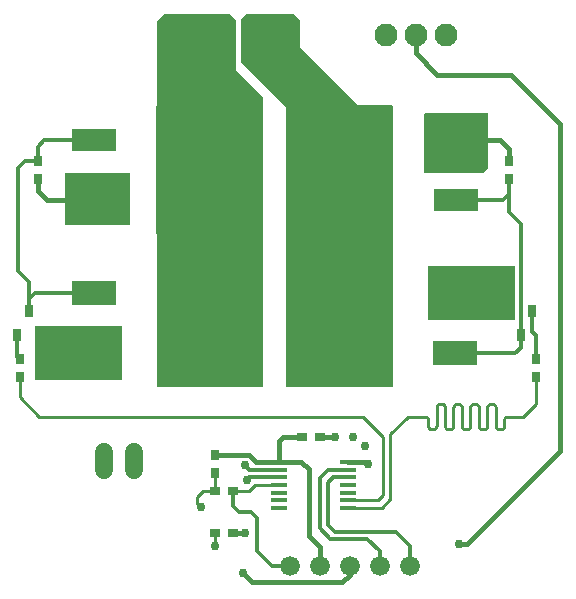
<source format=gbr>
G04 EAGLE Gerber RS-274X export*
G75*
%MOMM*%
%FSLAX34Y34*%
%LPD*%
%INTop Copper*%
%IPPOS*%
%AMOC8*
5,1,8,0,0,1.08239X$1,22.5*%
G01*
%ADD10R,3.810000X2.080000*%
%ADD11R,8.890000X10.668000*%
%ADD12R,3.800000X1.900000*%
%ADD13R,9.000000X10.800000*%
%ADD14R,0.635000X1.016000*%
%ADD15R,0.800000X0.900000*%
%ADD16C,1.950000*%
%ADD17R,1.475000X0.450000*%
%ADD18R,0.900000X0.800000*%
%ADD19C,1.676400*%
%ADD20C,1.524000*%
%ADD21C,0.304800*%
%ADD22C,0.756400*%
%ADD23C,0.381000*%
%ADD24C,0.254000*%

G36*
X241048Y172209D02*
X241048Y172209D01*
X241050Y172208D01*
X241304Y172462D01*
X241304Y172464D01*
X241304Y172465D01*
X241305Y172466D01*
X241305Y417068D01*
X241303Y417070D01*
X241304Y417072D01*
X218445Y439930D01*
X218445Y482854D01*
X218443Y482856D01*
X218444Y482858D01*
X213872Y487430D01*
X213869Y487430D01*
X213868Y487431D01*
X157988Y487431D01*
X157986Y487429D01*
X157984Y487430D01*
X151634Y481080D01*
X151634Y481077D01*
X151633Y481076D01*
X151633Y172212D01*
X151637Y172207D01*
X151638Y172207D01*
X241046Y172207D01*
X241048Y172209D01*
G37*
G36*
X351030Y172209D02*
X351030Y172209D01*
X351032Y172208D01*
X351794Y172970D01*
X351794Y172973D01*
X351795Y172974D01*
X351795Y409194D01*
X351793Y409196D01*
X351794Y409198D01*
X350778Y410214D01*
X350775Y410214D01*
X350774Y410215D01*
X321820Y410215D01*
X273055Y458980D01*
X273055Y482346D01*
X273053Y482348D01*
X273054Y482350D01*
X267974Y487430D01*
X267971Y487430D01*
X267970Y487431D01*
X227076Y487431D01*
X227074Y487429D01*
X227072Y487430D01*
X223008Y483366D01*
X223008Y483363D01*
X223007Y483362D01*
X223007Y446786D01*
X223009Y446784D01*
X223008Y446782D01*
X261107Y408684D01*
X261107Y172212D01*
X261111Y172207D01*
X261112Y172207D01*
X351028Y172207D01*
X351030Y172209D01*
G37*
G36*
X454665Y228599D02*
X454665Y228599D01*
X454665Y228600D01*
X454665Y274320D01*
X454661Y274325D01*
X454660Y274325D01*
X381000Y274325D01*
X380995Y274321D01*
X380995Y274320D01*
X380995Y228600D01*
X380999Y228595D01*
X381000Y228595D01*
X454660Y228595D01*
X454665Y228599D01*
G37*
G36*
X121925Y177799D02*
X121925Y177799D01*
X121925Y177800D01*
X121925Y223520D01*
X121921Y223525D01*
X121920Y223525D01*
X48260Y223525D01*
X48255Y223521D01*
X48255Y223520D01*
X48255Y177800D01*
X48259Y177795D01*
X48260Y177795D01*
X121920Y177795D01*
X121925Y177799D01*
G37*
G36*
X427992Y353057D02*
X427992Y353057D01*
X427994Y353056D01*
X432312Y357374D01*
X432312Y357376D01*
X432313Y357377D01*
X432312Y357378D01*
X432313Y357378D01*
X432313Y403860D01*
X432309Y403865D01*
X432308Y403865D01*
X379222Y403865D01*
X379220Y403863D01*
X379218Y403864D01*
X377948Y402594D01*
X377948Y402591D01*
X377947Y402590D01*
X377947Y353060D01*
X377951Y353055D01*
X377952Y353055D01*
X427990Y353055D01*
X427992Y353057D01*
G37*
G36*
X129291Y309371D02*
X129291Y309371D01*
X129291Y309372D01*
X129291Y352806D01*
X129287Y352811D01*
X129286Y352811D01*
X74168Y352811D01*
X74163Y352807D01*
X74163Y352806D01*
X74163Y309372D01*
X74167Y309367D01*
X74168Y309367D01*
X129286Y309367D01*
X129291Y309371D01*
G37*
D10*
X98550Y251460D03*
D11*
X196340Y226060D03*
D10*
X98550Y200660D03*
D12*
X98140Y381100D03*
D13*
X195990Y355600D03*
D12*
X98140Y330100D03*
D14*
X43180Y236060D03*
X52680Y216060D03*
X33680Y216060D03*
D15*
X35560Y180340D03*
X35560Y195580D03*
X50800Y363220D03*
X50800Y347980D03*
D10*
X404370Y200660D03*
D11*
X306580Y226060D03*
D10*
X404370Y251460D03*
D12*
X404780Y330100D03*
D13*
X306930Y355600D03*
D12*
X404780Y381100D03*
D14*
X459740Y216060D03*
X450240Y236060D03*
X469240Y236060D03*
D15*
X472440Y180340D03*
X472440Y195580D03*
X449580Y347980D03*
X449580Y363220D03*
D16*
X370840Y469900D03*
X396240Y469900D03*
X345440Y469900D03*
D17*
X255100Y108400D03*
X255100Y101900D03*
X255100Y95400D03*
X255100Y88900D03*
X255100Y82400D03*
X255100Y75900D03*
X255100Y69400D03*
X313860Y69400D03*
X313860Y75900D03*
X313860Y82400D03*
X313860Y88900D03*
X313860Y95400D03*
X313860Y101900D03*
X313860Y108400D03*
D15*
X200660Y99060D03*
X200660Y114300D03*
D18*
X200660Y83820D03*
X215900Y83820D03*
X200660Y48260D03*
X215900Y48260D03*
X274320Y129540D03*
X289560Y129540D03*
D19*
X264160Y20320D03*
X289560Y20320D03*
X314960Y20320D03*
X340360Y20320D03*
X365760Y20320D03*
D16*
X208280Y471424D03*
X233680Y471424D03*
D20*
X132080Y116840D02*
X132080Y101600D01*
X106680Y101600D02*
X106680Y116840D01*
D21*
X35560Y195580D02*
X33680Y197460D01*
X33680Y216060D01*
X50800Y363220D02*
X50800Y375412D01*
X56488Y381100D02*
X98140Y381100D01*
X56488Y381100D02*
X50800Y375412D01*
X43180Y246380D02*
X43180Y236060D01*
X48260Y251460D02*
X98550Y251460D01*
X48260Y251460D02*
X43180Y246380D01*
X40132Y363220D02*
X50800Y363220D01*
X40132Y363220D02*
X34290Y357378D01*
X34290Y270002D01*
X43180Y261112D02*
X43180Y246380D01*
X43180Y261112D02*
X34290Y270002D01*
D22*
X53340Y200660D03*
X53340Y182880D03*
X66040Y182880D03*
X78740Y182880D03*
X91440Y182880D03*
X104140Y182880D03*
X116840Y182880D03*
X66040Y218440D03*
X78740Y218440D03*
X91440Y218440D03*
X104140Y218440D03*
X116840Y218440D03*
X66040Y200660D03*
X386080Y269240D03*
X398780Y269240D03*
X411480Y269240D03*
X424180Y269240D03*
X436880Y269240D03*
X436880Y251460D03*
X439420Y233680D03*
X426720Y233680D03*
X414020Y233680D03*
X401320Y233680D03*
X388620Y233680D03*
X449580Y251460D03*
X449580Y269240D03*
X302260Y129540D03*
X327660Y121920D03*
X317500Y129540D03*
D23*
X302260Y129540D02*
X289560Y129540D01*
X226060Y48260D02*
X215900Y48260D01*
D22*
X226060Y48260D03*
D23*
X313860Y108400D02*
X328480Y108400D01*
X330200Y106680D01*
D22*
X330200Y106680D03*
D23*
X314960Y20320D02*
X314960Y12700D01*
X232410Y6350D02*
X224790Y13970D01*
D22*
X224790Y13970D03*
D23*
X308610Y6350D02*
X314960Y12700D01*
X308610Y6350D02*
X232410Y6350D01*
D24*
X35560Y163576D02*
X35560Y180340D01*
X35560Y163576D02*
X52324Y146812D01*
X326390Y146812D01*
X338536Y75900D02*
X313860Y75900D01*
X343408Y129794D02*
X326390Y146812D01*
X343408Y129794D02*
X343408Y80772D01*
X338536Y75900D01*
D21*
X472440Y195580D02*
X472440Y215646D01*
X469240Y218846D02*
X469240Y236060D01*
X469240Y218846D02*
X472440Y215646D01*
X449580Y335280D02*
X449580Y347980D01*
X444400Y330100D02*
X404780Y330100D01*
X444400Y330100D02*
X449580Y335280D01*
X459740Y216060D02*
X459740Y205232D01*
X455168Y200660D01*
X404370Y200660D01*
X449580Y320040D02*
X449580Y335280D01*
X459740Y309880D02*
X459740Y216060D01*
X459740Y309880D02*
X449580Y320040D01*
D24*
X341942Y69400D02*
X313860Y69400D01*
X341942Y69400D02*
X349250Y76708D01*
X349250Y132080D01*
X472440Y157226D02*
X472440Y180340D01*
X363982Y146812D02*
X349250Y132080D01*
X363982Y146812D02*
X378204Y146812D01*
X378315Y146810D01*
X378425Y146804D01*
X378536Y146795D01*
X378646Y146781D01*
X378755Y146764D01*
X378864Y146743D01*
X378972Y146718D01*
X379079Y146689D01*
X379185Y146657D01*
X379290Y146621D01*
X379393Y146581D01*
X379495Y146538D01*
X379596Y146491D01*
X379695Y146440D01*
X379792Y146387D01*
X379886Y146330D01*
X379979Y146269D01*
X380070Y146206D01*
X380159Y146139D01*
X380245Y146069D01*
X380328Y145996D01*
X380410Y145921D01*
X380488Y145843D01*
X380563Y145761D01*
X380636Y145678D01*
X380706Y145592D01*
X380773Y145503D01*
X380836Y145412D01*
X380897Y145319D01*
X380954Y145225D01*
X381007Y145128D01*
X381058Y145029D01*
X381105Y144928D01*
X381148Y144826D01*
X381188Y144723D01*
X381224Y144618D01*
X381256Y144512D01*
X381285Y144405D01*
X381310Y144297D01*
X381331Y144188D01*
X381348Y144079D01*
X381362Y143969D01*
X381371Y143858D01*
X381377Y143748D01*
X381379Y143637D01*
X381379Y139102D01*
X381381Y138991D01*
X381387Y138881D01*
X381396Y138770D01*
X381410Y138660D01*
X381427Y138551D01*
X381448Y138442D01*
X381473Y138334D01*
X381502Y138227D01*
X381534Y138121D01*
X381570Y138016D01*
X381610Y137913D01*
X381653Y137811D01*
X381700Y137710D01*
X381751Y137611D01*
X381804Y137515D01*
X381861Y137420D01*
X381922Y137327D01*
X381985Y137236D01*
X382052Y137147D01*
X382122Y137061D01*
X382195Y136978D01*
X382270Y136896D01*
X382348Y136818D01*
X382430Y136743D01*
X382513Y136670D01*
X382599Y136600D01*
X382688Y136533D01*
X382779Y136470D01*
X382872Y136409D01*
X382967Y136352D01*
X383063Y136299D01*
X383162Y136248D01*
X383263Y136201D01*
X383365Y136158D01*
X383468Y136118D01*
X383573Y136082D01*
X383679Y136050D01*
X383786Y136021D01*
X383894Y135996D01*
X384003Y135975D01*
X384112Y135958D01*
X384222Y135944D01*
X384333Y135935D01*
X384443Y135929D01*
X384554Y135927D01*
X385345Y135927D01*
X385456Y135929D01*
X385566Y135935D01*
X385677Y135944D01*
X385787Y135958D01*
X385896Y135975D01*
X386005Y135996D01*
X386113Y136021D01*
X386220Y136050D01*
X386326Y136082D01*
X386431Y136118D01*
X386534Y136158D01*
X386636Y136201D01*
X386737Y136248D01*
X386836Y136299D01*
X386933Y136352D01*
X387027Y136409D01*
X387120Y136470D01*
X387211Y136533D01*
X387300Y136600D01*
X387386Y136670D01*
X387469Y136743D01*
X387551Y136818D01*
X387629Y136896D01*
X387704Y136978D01*
X387777Y137061D01*
X387847Y137147D01*
X387914Y137236D01*
X387977Y137327D01*
X388038Y137420D01*
X388095Y137514D01*
X388148Y137611D01*
X388199Y137710D01*
X388246Y137811D01*
X388289Y137913D01*
X388329Y138016D01*
X388365Y138121D01*
X388397Y138227D01*
X388426Y138334D01*
X388451Y138442D01*
X388472Y138551D01*
X388489Y138660D01*
X388503Y138770D01*
X388512Y138881D01*
X388518Y138991D01*
X388520Y139102D01*
X388520Y154522D01*
X388522Y154633D01*
X388528Y154743D01*
X388537Y154854D01*
X388551Y154964D01*
X388568Y155073D01*
X388589Y155182D01*
X388614Y155290D01*
X388643Y155397D01*
X388675Y155503D01*
X388711Y155608D01*
X388751Y155711D01*
X388794Y155813D01*
X388841Y155914D01*
X388892Y156013D01*
X388945Y156110D01*
X389002Y156204D01*
X389063Y156297D01*
X389126Y156388D01*
X389193Y156477D01*
X389263Y156563D01*
X389336Y156646D01*
X389411Y156728D01*
X389489Y156806D01*
X389571Y156881D01*
X389654Y156954D01*
X389740Y157024D01*
X389829Y157091D01*
X389920Y157154D01*
X390013Y157215D01*
X390108Y157272D01*
X390204Y157325D01*
X390303Y157376D01*
X390404Y157423D01*
X390506Y157466D01*
X390609Y157506D01*
X390714Y157542D01*
X390820Y157574D01*
X390927Y157603D01*
X391035Y157628D01*
X391144Y157649D01*
X391253Y157666D01*
X391363Y157680D01*
X391474Y157689D01*
X391584Y157695D01*
X391695Y157697D01*
X392485Y157697D01*
X392596Y157695D01*
X392706Y157689D01*
X392817Y157680D01*
X392927Y157666D01*
X393036Y157649D01*
X393145Y157628D01*
X393253Y157603D01*
X393360Y157574D01*
X393466Y157542D01*
X393571Y157506D01*
X393674Y157466D01*
X393776Y157423D01*
X393877Y157376D01*
X393976Y157325D01*
X394073Y157272D01*
X394167Y157215D01*
X394260Y157154D01*
X394351Y157091D01*
X394440Y157024D01*
X394526Y156954D01*
X394609Y156881D01*
X394691Y156806D01*
X394769Y156728D01*
X394844Y156646D01*
X394917Y156563D01*
X394987Y156477D01*
X395054Y156388D01*
X395117Y156297D01*
X395178Y156204D01*
X395235Y156110D01*
X395288Y156013D01*
X395339Y155914D01*
X395386Y155813D01*
X395429Y155711D01*
X395469Y155608D01*
X395505Y155503D01*
X395537Y155397D01*
X395566Y155290D01*
X395591Y155182D01*
X395612Y155073D01*
X395629Y154964D01*
X395643Y154854D01*
X395652Y154743D01*
X395658Y154633D01*
X395660Y154522D01*
X395660Y139102D01*
X395662Y138991D01*
X395668Y138881D01*
X395677Y138770D01*
X395691Y138660D01*
X395708Y138551D01*
X395729Y138442D01*
X395754Y138334D01*
X395783Y138227D01*
X395815Y138121D01*
X395851Y138016D01*
X395891Y137913D01*
X395934Y137811D01*
X395981Y137710D01*
X396032Y137611D01*
X396085Y137515D01*
X396142Y137420D01*
X396203Y137327D01*
X396266Y137236D01*
X396333Y137147D01*
X396403Y137061D01*
X396476Y136978D01*
X396551Y136896D01*
X396629Y136818D01*
X396711Y136743D01*
X396794Y136670D01*
X396880Y136600D01*
X396969Y136533D01*
X397060Y136470D01*
X397153Y136409D01*
X397248Y136352D01*
X397344Y136299D01*
X397443Y136248D01*
X397544Y136201D01*
X397646Y136158D01*
X397749Y136118D01*
X397854Y136082D01*
X397960Y136050D01*
X398067Y136021D01*
X398175Y135996D01*
X398284Y135975D01*
X398393Y135958D01*
X398503Y135944D01*
X398614Y135935D01*
X398724Y135929D01*
X398835Y135927D01*
X399625Y135927D01*
X399736Y135929D01*
X399846Y135935D01*
X399957Y135944D01*
X400067Y135958D01*
X400176Y135975D01*
X400285Y135996D01*
X400393Y136021D01*
X400500Y136050D01*
X400606Y136082D01*
X400711Y136118D01*
X400814Y136158D01*
X400916Y136201D01*
X401017Y136248D01*
X401116Y136299D01*
X401213Y136352D01*
X401307Y136409D01*
X401400Y136470D01*
X401491Y136533D01*
X401580Y136600D01*
X401666Y136670D01*
X401749Y136743D01*
X401831Y136818D01*
X401909Y136896D01*
X401984Y136978D01*
X402057Y137061D01*
X402127Y137147D01*
X402194Y137236D01*
X402257Y137327D01*
X402318Y137420D01*
X402375Y137514D01*
X402428Y137611D01*
X402479Y137710D01*
X402526Y137811D01*
X402569Y137913D01*
X402609Y138016D01*
X402645Y138121D01*
X402677Y138227D01*
X402706Y138334D01*
X402731Y138442D01*
X402752Y138551D01*
X402769Y138660D01*
X402783Y138770D01*
X402792Y138881D01*
X402798Y138991D01*
X402800Y139102D01*
X402800Y154522D01*
X402802Y154633D01*
X402808Y154743D01*
X402817Y154854D01*
X402831Y154964D01*
X402848Y155073D01*
X402869Y155182D01*
X402894Y155290D01*
X402923Y155397D01*
X402955Y155503D01*
X402991Y155608D01*
X403031Y155711D01*
X403074Y155813D01*
X403121Y155914D01*
X403172Y156013D01*
X403225Y156110D01*
X403282Y156204D01*
X403343Y156297D01*
X403406Y156388D01*
X403473Y156477D01*
X403543Y156563D01*
X403616Y156646D01*
X403691Y156728D01*
X403769Y156806D01*
X403851Y156881D01*
X403934Y156954D01*
X404020Y157024D01*
X404109Y157091D01*
X404200Y157154D01*
X404293Y157215D01*
X404388Y157272D01*
X404484Y157325D01*
X404583Y157376D01*
X404684Y157423D01*
X404786Y157466D01*
X404889Y157506D01*
X404994Y157542D01*
X405100Y157574D01*
X405207Y157603D01*
X405315Y157628D01*
X405424Y157649D01*
X405533Y157666D01*
X405643Y157680D01*
X405754Y157689D01*
X405864Y157695D01*
X405975Y157697D01*
X406766Y157697D01*
X406877Y157695D01*
X406987Y157689D01*
X407098Y157680D01*
X407208Y157666D01*
X407317Y157649D01*
X407426Y157628D01*
X407534Y157603D01*
X407641Y157574D01*
X407747Y157542D01*
X407852Y157506D01*
X407955Y157466D01*
X408057Y157423D01*
X408158Y157376D01*
X408257Y157325D01*
X408354Y157272D01*
X408448Y157215D01*
X408541Y157154D01*
X408632Y157091D01*
X408721Y157024D01*
X408807Y156954D01*
X408890Y156881D01*
X408972Y156806D01*
X409050Y156728D01*
X409125Y156646D01*
X409198Y156563D01*
X409268Y156477D01*
X409335Y156388D01*
X409398Y156297D01*
X409459Y156204D01*
X409516Y156110D01*
X409569Y156013D01*
X409620Y155914D01*
X409667Y155813D01*
X409710Y155711D01*
X409750Y155608D01*
X409786Y155503D01*
X409818Y155397D01*
X409847Y155290D01*
X409872Y155182D01*
X409893Y155073D01*
X409910Y154964D01*
X409924Y154854D01*
X409933Y154743D01*
X409939Y154633D01*
X409941Y154522D01*
X409941Y139102D01*
X409943Y138991D01*
X409949Y138881D01*
X409958Y138770D01*
X409972Y138660D01*
X409989Y138551D01*
X410010Y138442D01*
X410035Y138334D01*
X410064Y138227D01*
X410096Y138121D01*
X410132Y138016D01*
X410172Y137913D01*
X410215Y137811D01*
X410262Y137710D01*
X410313Y137611D01*
X410366Y137515D01*
X410423Y137420D01*
X410484Y137327D01*
X410547Y137236D01*
X410614Y137147D01*
X410684Y137061D01*
X410757Y136978D01*
X410832Y136896D01*
X410910Y136818D01*
X410992Y136743D01*
X411075Y136670D01*
X411161Y136600D01*
X411250Y136533D01*
X411341Y136470D01*
X411434Y136409D01*
X411529Y136352D01*
X411625Y136299D01*
X411724Y136248D01*
X411825Y136201D01*
X411927Y136158D01*
X412030Y136118D01*
X412135Y136082D01*
X412241Y136050D01*
X412348Y136021D01*
X412456Y135996D01*
X412565Y135975D01*
X412674Y135958D01*
X412784Y135944D01*
X412895Y135935D01*
X413005Y135929D01*
X413116Y135927D01*
X413906Y135927D01*
X414017Y135929D01*
X414127Y135935D01*
X414238Y135944D01*
X414348Y135958D01*
X414457Y135975D01*
X414566Y135996D01*
X414674Y136021D01*
X414781Y136050D01*
X414887Y136082D01*
X414992Y136118D01*
X415095Y136158D01*
X415197Y136201D01*
X415298Y136248D01*
X415397Y136299D01*
X415494Y136352D01*
X415588Y136409D01*
X415681Y136470D01*
X415772Y136533D01*
X415861Y136600D01*
X415947Y136670D01*
X416030Y136743D01*
X416112Y136818D01*
X416190Y136896D01*
X416265Y136978D01*
X416338Y137061D01*
X416408Y137147D01*
X416475Y137236D01*
X416538Y137327D01*
X416599Y137420D01*
X416656Y137514D01*
X416709Y137611D01*
X416760Y137710D01*
X416807Y137811D01*
X416850Y137913D01*
X416890Y138016D01*
X416926Y138121D01*
X416958Y138227D01*
X416987Y138334D01*
X417012Y138442D01*
X417033Y138551D01*
X417050Y138660D01*
X417064Y138770D01*
X417073Y138881D01*
X417079Y138991D01*
X417081Y139102D01*
X417081Y154522D01*
X417083Y154633D01*
X417089Y154743D01*
X417098Y154854D01*
X417112Y154964D01*
X417129Y155073D01*
X417150Y155182D01*
X417175Y155290D01*
X417204Y155397D01*
X417236Y155503D01*
X417272Y155608D01*
X417312Y155711D01*
X417355Y155813D01*
X417402Y155914D01*
X417453Y156013D01*
X417506Y156110D01*
X417563Y156204D01*
X417624Y156297D01*
X417687Y156388D01*
X417754Y156477D01*
X417824Y156563D01*
X417897Y156646D01*
X417972Y156728D01*
X418050Y156806D01*
X418132Y156881D01*
X418215Y156954D01*
X418301Y157024D01*
X418390Y157091D01*
X418481Y157154D01*
X418574Y157215D01*
X418669Y157272D01*
X418765Y157325D01*
X418864Y157376D01*
X418965Y157423D01*
X419067Y157466D01*
X419170Y157506D01*
X419275Y157542D01*
X419381Y157574D01*
X419488Y157603D01*
X419596Y157628D01*
X419705Y157649D01*
X419814Y157666D01*
X419924Y157680D01*
X420035Y157689D01*
X420145Y157695D01*
X420256Y157697D01*
X421047Y157697D01*
X421158Y157695D01*
X421268Y157689D01*
X421379Y157680D01*
X421489Y157666D01*
X421598Y157649D01*
X421707Y157628D01*
X421815Y157603D01*
X421922Y157574D01*
X422028Y157542D01*
X422133Y157506D01*
X422236Y157466D01*
X422338Y157423D01*
X422439Y157376D01*
X422538Y157325D01*
X422635Y157272D01*
X422729Y157215D01*
X422822Y157154D01*
X422913Y157091D01*
X423002Y157024D01*
X423088Y156954D01*
X423171Y156881D01*
X423253Y156806D01*
X423331Y156728D01*
X423406Y156646D01*
X423479Y156563D01*
X423549Y156477D01*
X423616Y156388D01*
X423679Y156297D01*
X423740Y156204D01*
X423797Y156110D01*
X423850Y156013D01*
X423901Y155914D01*
X423948Y155813D01*
X423991Y155711D01*
X424031Y155608D01*
X424067Y155503D01*
X424099Y155397D01*
X424128Y155290D01*
X424153Y155182D01*
X424174Y155073D01*
X424191Y154964D01*
X424205Y154854D01*
X424214Y154743D01*
X424220Y154633D01*
X424222Y154522D01*
X424222Y139102D01*
X424224Y138991D01*
X424230Y138881D01*
X424239Y138770D01*
X424253Y138660D01*
X424270Y138551D01*
X424291Y138442D01*
X424316Y138334D01*
X424345Y138227D01*
X424377Y138121D01*
X424413Y138016D01*
X424453Y137913D01*
X424496Y137811D01*
X424543Y137710D01*
X424594Y137611D01*
X424647Y137515D01*
X424704Y137420D01*
X424765Y137327D01*
X424828Y137236D01*
X424895Y137147D01*
X424965Y137061D01*
X425038Y136978D01*
X425113Y136896D01*
X425191Y136818D01*
X425273Y136743D01*
X425356Y136670D01*
X425442Y136600D01*
X425531Y136533D01*
X425622Y136470D01*
X425715Y136409D01*
X425810Y136352D01*
X425906Y136299D01*
X426005Y136248D01*
X426106Y136201D01*
X426208Y136158D01*
X426311Y136118D01*
X426416Y136082D01*
X426522Y136050D01*
X426629Y136021D01*
X426737Y135996D01*
X426846Y135975D01*
X426955Y135958D01*
X427065Y135944D01*
X427176Y135935D01*
X427286Y135929D01*
X427397Y135927D01*
X428187Y135927D01*
X428298Y135929D01*
X428408Y135935D01*
X428519Y135944D01*
X428629Y135958D01*
X428738Y135975D01*
X428847Y135996D01*
X428955Y136021D01*
X429062Y136050D01*
X429168Y136082D01*
X429273Y136118D01*
X429376Y136158D01*
X429478Y136201D01*
X429579Y136248D01*
X429678Y136299D01*
X429775Y136352D01*
X429869Y136409D01*
X429962Y136470D01*
X430053Y136533D01*
X430142Y136600D01*
X430228Y136670D01*
X430311Y136743D01*
X430393Y136818D01*
X430471Y136896D01*
X430546Y136978D01*
X430619Y137061D01*
X430689Y137147D01*
X430756Y137236D01*
X430819Y137327D01*
X430880Y137420D01*
X430937Y137514D01*
X430990Y137611D01*
X431041Y137710D01*
X431088Y137811D01*
X431131Y137913D01*
X431171Y138016D01*
X431207Y138121D01*
X431239Y138227D01*
X431268Y138334D01*
X431293Y138442D01*
X431314Y138551D01*
X431331Y138660D01*
X431345Y138770D01*
X431354Y138881D01*
X431360Y138991D01*
X431362Y139102D01*
X431362Y154522D01*
X431364Y154633D01*
X431370Y154743D01*
X431379Y154854D01*
X431393Y154964D01*
X431410Y155073D01*
X431431Y155182D01*
X431456Y155290D01*
X431485Y155397D01*
X431517Y155503D01*
X431553Y155608D01*
X431593Y155711D01*
X431636Y155813D01*
X431683Y155914D01*
X431734Y156013D01*
X431787Y156110D01*
X431844Y156204D01*
X431905Y156297D01*
X431968Y156388D01*
X432035Y156477D01*
X432105Y156563D01*
X432178Y156646D01*
X432253Y156728D01*
X432331Y156806D01*
X432413Y156881D01*
X432496Y156954D01*
X432582Y157024D01*
X432671Y157091D01*
X432762Y157154D01*
X432855Y157215D01*
X432950Y157272D01*
X433046Y157325D01*
X433145Y157376D01*
X433246Y157423D01*
X433348Y157466D01*
X433451Y157506D01*
X433556Y157542D01*
X433662Y157574D01*
X433769Y157603D01*
X433877Y157628D01*
X433986Y157649D01*
X434095Y157666D01*
X434205Y157680D01*
X434316Y157689D01*
X434426Y157695D01*
X434537Y157697D01*
X435328Y157697D01*
X435439Y157695D01*
X435549Y157689D01*
X435660Y157680D01*
X435770Y157666D01*
X435879Y157649D01*
X435988Y157628D01*
X436096Y157603D01*
X436203Y157574D01*
X436309Y157542D01*
X436414Y157506D01*
X436517Y157466D01*
X436619Y157423D01*
X436720Y157376D01*
X436819Y157325D01*
X436916Y157272D01*
X437010Y157215D01*
X437103Y157154D01*
X437194Y157091D01*
X437283Y157024D01*
X437369Y156954D01*
X437452Y156881D01*
X437534Y156806D01*
X437612Y156728D01*
X437687Y156646D01*
X437760Y156563D01*
X437830Y156477D01*
X437897Y156388D01*
X437960Y156297D01*
X438021Y156204D01*
X438078Y156110D01*
X438131Y156013D01*
X438182Y155914D01*
X438229Y155813D01*
X438272Y155711D01*
X438312Y155608D01*
X438348Y155503D01*
X438380Y155397D01*
X438409Y155290D01*
X438434Y155182D01*
X438455Y155073D01*
X438472Y154964D01*
X438486Y154854D01*
X438495Y154743D01*
X438501Y154633D01*
X438503Y154522D01*
X438503Y139102D01*
X438505Y138991D01*
X438511Y138881D01*
X438520Y138770D01*
X438534Y138660D01*
X438551Y138551D01*
X438572Y138442D01*
X438597Y138334D01*
X438626Y138227D01*
X438658Y138121D01*
X438694Y138016D01*
X438734Y137913D01*
X438777Y137811D01*
X438824Y137710D01*
X438875Y137611D01*
X438928Y137515D01*
X438985Y137420D01*
X439046Y137327D01*
X439109Y137236D01*
X439176Y137147D01*
X439246Y137061D01*
X439319Y136978D01*
X439394Y136896D01*
X439472Y136818D01*
X439554Y136743D01*
X439637Y136670D01*
X439723Y136600D01*
X439812Y136533D01*
X439903Y136470D01*
X439996Y136409D01*
X440091Y136352D01*
X440187Y136299D01*
X440286Y136248D01*
X440387Y136201D01*
X440489Y136158D01*
X440592Y136118D01*
X440697Y136082D01*
X440803Y136050D01*
X440910Y136021D01*
X441018Y135996D01*
X441127Y135975D01*
X441236Y135958D01*
X441346Y135944D01*
X441457Y135935D01*
X441567Y135929D01*
X441678Y135927D01*
X442468Y135927D01*
X442579Y135929D01*
X442689Y135935D01*
X442800Y135944D01*
X442910Y135958D01*
X443019Y135975D01*
X443128Y135996D01*
X443236Y136021D01*
X443343Y136050D01*
X443449Y136082D01*
X443554Y136118D01*
X443657Y136158D01*
X443759Y136201D01*
X443860Y136248D01*
X443959Y136299D01*
X444056Y136352D01*
X444150Y136409D01*
X444243Y136470D01*
X444334Y136533D01*
X444423Y136600D01*
X444509Y136670D01*
X444592Y136743D01*
X444674Y136818D01*
X444752Y136896D01*
X444827Y136978D01*
X444900Y137061D01*
X444970Y137147D01*
X445037Y137236D01*
X445100Y137327D01*
X445161Y137420D01*
X445218Y137514D01*
X445271Y137611D01*
X445322Y137710D01*
X445369Y137811D01*
X445412Y137913D01*
X445452Y138016D01*
X445488Y138121D01*
X445520Y138227D01*
X445549Y138334D01*
X445574Y138442D01*
X445595Y138551D01*
X445612Y138660D01*
X445626Y138770D01*
X445635Y138881D01*
X445641Y138991D01*
X445643Y139102D01*
X445643Y143637D01*
X445645Y143748D01*
X445651Y143858D01*
X445660Y143969D01*
X445674Y144079D01*
X445691Y144188D01*
X445712Y144297D01*
X445737Y144405D01*
X445766Y144512D01*
X445798Y144618D01*
X445834Y144723D01*
X445874Y144826D01*
X445917Y144928D01*
X445964Y145029D01*
X446015Y145128D01*
X446068Y145225D01*
X446125Y145319D01*
X446186Y145412D01*
X446249Y145503D01*
X446316Y145592D01*
X446386Y145678D01*
X446459Y145761D01*
X446534Y145843D01*
X446612Y145921D01*
X446694Y145996D01*
X446777Y146069D01*
X446863Y146139D01*
X446952Y146206D01*
X447043Y146269D01*
X447136Y146330D01*
X447231Y146387D01*
X447327Y146440D01*
X447426Y146491D01*
X447527Y146538D01*
X447629Y146581D01*
X447732Y146621D01*
X447837Y146657D01*
X447943Y146689D01*
X448050Y146718D01*
X448158Y146743D01*
X448267Y146764D01*
X448376Y146781D01*
X448486Y146795D01*
X448597Y146804D01*
X448707Y146810D01*
X448818Y146812D01*
X462026Y146812D01*
X472440Y157226D01*
D22*
X384810Y398018D03*
X394970Y398018D03*
X405130Y398018D03*
X415290Y398018D03*
X425450Y398018D03*
X384810Y364998D03*
X394970Y364998D03*
X405130Y364998D03*
X415290Y364998D03*
X425450Y364998D03*
X80010Y347218D03*
X90170Y347218D03*
X100330Y347218D03*
X110490Y347218D03*
X120650Y347218D03*
X80010Y314198D03*
X90170Y314198D03*
X100330Y314198D03*
X110490Y314198D03*
X120650Y314198D03*
D23*
X50800Y337820D02*
X50800Y347980D01*
X58520Y330100D02*
X98140Y330100D01*
X58520Y330100D02*
X50800Y337820D01*
X449580Y363220D02*
X449580Y373380D01*
X441860Y381100D02*
X404780Y381100D01*
X441860Y381100D02*
X449580Y373380D01*
X289560Y36322D02*
X289560Y20320D01*
X274124Y108400D02*
X255100Y108400D01*
X280162Y45720D02*
X289560Y36322D01*
X280162Y45720D02*
X280162Y102362D01*
X274124Y108400D01*
X229870Y114300D02*
X200660Y114300D01*
X235770Y108400D02*
X255100Y108400D01*
X235770Y108400D02*
X229870Y114300D01*
X258826Y129540D02*
X274320Y129540D01*
X258826Y129540D02*
X255016Y125730D01*
X255016Y108484D01*
X255100Y108400D01*
X370840Y454406D02*
X370840Y469900D01*
X389128Y436118D02*
X451358Y436118D01*
X493268Y394208D01*
X493268Y117602D01*
X414528Y38862D01*
X407416Y38862D01*
D22*
X407416Y38862D03*
D23*
X389128Y436118D02*
X370840Y454406D01*
D21*
X340360Y32766D02*
X340360Y20320D01*
X298704Y43434D02*
X290068Y52070D01*
X290068Y94996D01*
X296972Y101900D02*
X313860Y101900D01*
X329692Y43434D02*
X340360Y32766D01*
X329692Y43434D02*
X298704Y43434D01*
X290068Y94996D02*
X296972Y101900D01*
X301140Y95400D02*
X313860Y95400D01*
X296418Y54864D02*
X302260Y49022D01*
X353822Y49022D01*
X365760Y37084D02*
X365760Y20320D01*
X296418Y90678D02*
X301140Y95400D01*
X296418Y90678D02*
X296418Y54864D01*
X353822Y49022D02*
X365760Y37084D01*
D24*
X230124Y83820D02*
X215900Y83820D01*
X235204Y88900D02*
X255100Y88900D01*
X235204Y88900D02*
X230124Y83820D01*
D21*
X248920Y20320D02*
X264160Y20320D01*
X236220Y33020D02*
X236220Y60960D01*
X231140Y66040D01*
X220980Y66040D02*
X215900Y71120D01*
X215900Y83820D01*
X236220Y33020D02*
X248920Y20320D01*
X231140Y66040D02*
X220980Y66040D01*
D24*
X200660Y83820D02*
X200660Y99060D01*
D22*
X188722Y70104D03*
D24*
X185674Y73152D01*
X190754Y83820D02*
X200660Y83820D01*
X185674Y78740D02*
X185674Y73152D01*
X185674Y78740D02*
X190754Y83820D01*
D21*
X230078Y101900D02*
X255100Y101900D01*
X230078Y101900D02*
X226314Y105664D01*
D22*
X226314Y105664D03*
D21*
X230020Y95400D02*
X255100Y95400D01*
X230020Y95400D02*
X228092Y93472D01*
D22*
X228092Y93472D03*
X200660Y36830D03*
D24*
X200660Y48260D01*
M02*

</source>
